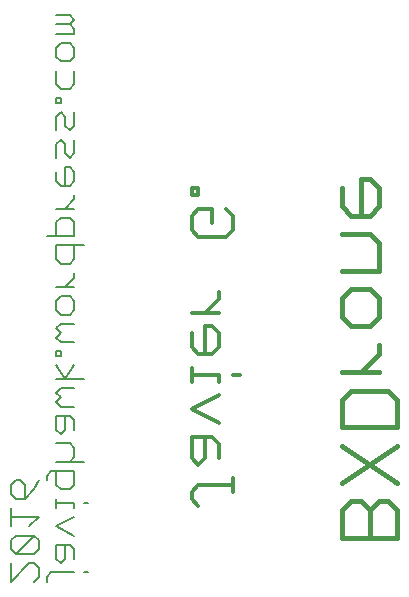
<source format=gbo>
G75*
%MOIN*%
%OFA0B0*%
%FSLAX25Y25*%
%IPPOS*%
%LPD*%
%AMOC8*
5,1,8,0,0,1.08239X$1,22.5*
%
%ADD10C,0.01600*%
%ADD11C,0.01200*%
%ADD12C,0.00800*%
D10*
X0133800Y0077959D02*
X0133800Y0087167D01*
X0136869Y0090236D01*
X0139939Y0090236D01*
X0143008Y0087167D01*
X0143008Y0077959D01*
X0133800Y0077959D02*
X0152216Y0077959D01*
X0152216Y0087167D01*
X0149146Y0090236D01*
X0146077Y0090236D01*
X0143008Y0087167D01*
X0133800Y0096375D02*
X0152216Y0108652D01*
X0152216Y0114791D02*
X0152216Y0123998D01*
X0149146Y0127068D01*
X0136869Y0127068D01*
X0133800Y0123998D01*
X0133800Y0114791D01*
X0152216Y0114791D01*
X0152216Y0096375D02*
X0133800Y0108652D01*
X0133800Y0133206D02*
X0146077Y0133206D01*
X0139939Y0133206D02*
X0146077Y0139345D01*
X0146077Y0142414D01*
X0143008Y0148553D02*
X0136869Y0148553D01*
X0133800Y0151622D01*
X0133800Y0157761D01*
X0136869Y0160830D01*
X0143008Y0160830D01*
X0146077Y0157761D01*
X0146077Y0151622D01*
X0143008Y0148553D01*
X0146077Y0166969D02*
X0133800Y0166969D01*
X0133800Y0179246D02*
X0143008Y0179246D01*
X0146077Y0176176D01*
X0146077Y0166969D01*
X0143008Y0185384D02*
X0136869Y0185384D01*
X0133800Y0188454D01*
X0133800Y0194592D01*
X0139939Y0197661D02*
X0139939Y0185384D01*
X0143008Y0185384D02*
X0146077Y0188454D01*
X0146077Y0194592D01*
X0143008Y0197661D01*
X0139939Y0197661D01*
D11*
X0097412Y0185283D02*
X0097412Y0180679D01*
X0095110Y0178377D01*
X0085902Y0178377D01*
X0083600Y0180679D01*
X0083600Y0185283D01*
X0085902Y0187585D01*
X0090506Y0187585D01*
X0090506Y0182981D01*
X0095110Y0187585D02*
X0097412Y0185283D01*
X0085902Y0192188D02*
X0085902Y0194490D01*
X0083600Y0194490D01*
X0083600Y0192188D01*
X0085902Y0192188D01*
X0092808Y0159961D02*
X0092808Y0157659D01*
X0088204Y0153055D01*
X0083600Y0153055D02*
X0092808Y0153055D01*
X0090506Y0148451D02*
X0088204Y0148451D01*
X0088204Y0139243D01*
X0085902Y0139243D02*
X0090506Y0139243D01*
X0092808Y0141545D01*
X0092808Y0146149D01*
X0090506Y0148451D01*
X0083600Y0146149D02*
X0083600Y0141545D01*
X0085902Y0139243D01*
X0083600Y0134639D02*
X0083600Y0130035D01*
X0083600Y0132337D02*
X0092808Y0132337D01*
X0092808Y0130035D01*
X0097412Y0132337D02*
X0099714Y0132337D01*
X0092808Y0125431D02*
X0083600Y0120828D01*
X0092808Y0116224D01*
X0090506Y0111620D02*
X0083600Y0111620D01*
X0083600Y0104714D01*
X0085902Y0102412D01*
X0088204Y0104714D01*
X0088204Y0111620D01*
X0090506Y0111620D02*
X0092808Y0109318D01*
X0092808Y0104714D01*
X0097412Y0097808D02*
X0097412Y0093204D01*
X0097412Y0095506D02*
X0085902Y0095506D01*
X0083600Y0093204D01*
X0083600Y0090902D01*
X0085902Y0088600D01*
D12*
X0029539Y0069539D02*
X0023400Y0063400D01*
X0023400Y0069539D01*
X0024935Y0072608D02*
X0031073Y0078746D01*
X0024935Y0078746D01*
X0023400Y0077212D01*
X0023400Y0074142D01*
X0024935Y0072608D01*
X0031073Y0072608D01*
X0032608Y0074142D01*
X0032608Y0077212D01*
X0031073Y0078746D01*
X0029539Y0081816D02*
X0032608Y0084885D01*
X0023400Y0084885D01*
X0023400Y0081816D02*
X0023400Y0087954D01*
X0024935Y0091024D02*
X0023400Y0092558D01*
X0023400Y0095628D01*
X0024935Y0097162D01*
X0026469Y0097162D01*
X0028004Y0095628D01*
X0028004Y0091024D01*
X0024935Y0091024D01*
X0028004Y0091024D02*
X0031073Y0094093D01*
X0032608Y0097162D01*
X0035331Y0097162D02*
X0035331Y0098697D01*
X0036865Y0100231D01*
X0044539Y0100231D01*
X0044539Y0095627D01*
X0043004Y0094093D01*
X0039935Y0094093D01*
X0038400Y0095627D01*
X0038400Y0100231D01*
X0038400Y0103301D02*
X0047608Y0103301D01*
X0044539Y0104835D02*
X0044539Y0107905D01*
X0043004Y0109439D01*
X0038400Y0109439D01*
X0039935Y0112509D02*
X0038400Y0114043D01*
X0038400Y0118647D01*
X0043004Y0118647D01*
X0044539Y0117113D01*
X0044539Y0114043D01*
X0041469Y0114043D02*
X0041469Y0118647D01*
X0039935Y0121716D02*
X0038400Y0123251D01*
X0039935Y0124786D01*
X0038400Y0126320D01*
X0039935Y0127855D01*
X0044539Y0127855D01*
X0047608Y0130924D02*
X0038400Y0130924D01*
X0041469Y0130924D02*
X0044539Y0135528D01*
X0039935Y0138598D02*
X0039935Y0140132D01*
X0038400Y0140132D01*
X0038400Y0138598D01*
X0039935Y0138598D01*
X0038400Y0135528D02*
X0041469Y0130924D01*
X0039935Y0121716D02*
X0044539Y0121716D01*
X0041469Y0114043D02*
X0039935Y0112509D01*
X0044539Y0104835D02*
X0043004Y0103301D01*
X0038400Y0091024D02*
X0038400Y0087954D01*
X0038400Y0089489D02*
X0044539Y0089489D01*
X0044539Y0087954D01*
X0044539Y0084885D02*
X0038400Y0081816D01*
X0044539Y0078746D01*
X0043004Y0075677D02*
X0038400Y0075677D01*
X0038400Y0071073D01*
X0039935Y0069539D01*
X0041469Y0071073D01*
X0041469Y0075677D01*
X0043004Y0075677D02*
X0044539Y0074142D01*
X0044539Y0071073D01*
X0044539Y0066469D02*
X0036865Y0066469D01*
X0035331Y0064935D01*
X0035331Y0063400D01*
X0032608Y0064935D02*
X0031073Y0063400D01*
X0032608Y0064935D02*
X0032608Y0068004D01*
X0031073Y0069539D01*
X0029539Y0069539D01*
X0047608Y0066469D02*
X0049143Y0066469D01*
X0049143Y0089489D02*
X0047608Y0089489D01*
X0044539Y0143201D02*
X0039935Y0143201D01*
X0038400Y0144736D01*
X0039935Y0146271D01*
X0038400Y0147805D01*
X0039935Y0149340D01*
X0044539Y0149340D01*
X0043004Y0152409D02*
X0039935Y0152409D01*
X0038400Y0153944D01*
X0038400Y0157013D01*
X0039935Y0158548D01*
X0043004Y0158548D01*
X0044539Y0157013D01*
X0044539Y0153944D01*
X0043004Y0152409D01*
X0044539Y0161617D02*
X0038400Y0161617D01*
X0041469Y0161617D02*
X0044539Y0164686D01*
X0044539Y0166221D01*
X0043004Y0169290D02*
X0039935Y0169290D01*
X0038400Y0170825D01*
X0038400Y0175429D01*
X0047608Y0175429D01*
X0044539Y0175429D02*
X0044539Y0170825D01*
X0043004Y0169290D01*
X0044539Y0178498D02*
X0035331Y0178498D01*
X0038400Y0178498D02*
X0038400Y0183102D01*
X0039935Y0184637D01*
X0043004Y0184637D01*
X0044539Y0183102D01*
X0044539Y0178498D01*
X0044539Y0187706D02*
X0038400Y0187706D01*
X0041469Y0187706D02*
X0044539Y0190775D01*
X0044539Y0192310D01*
X0043004Y0195379D02*
X0039935Y0195379D01*
X0038400Y0196914D01*
X0038400Y0199983D01*
X0041469Y0201518D02*
X0041469Y0195379D01*
X0043004Y0195379D02*
X0044539Y0196914D01*
X0044539Y0199983D01*
X0043004Y0201518D01*
X0041469Y0201518D01*
X0043004Y0204587D02*
X0044539Y0206122D01*
X0044539Y0210726D01*
X0041469Y0209191D02*
X0041469Y0206122D01*
X0043004Y0204587D01*
X0038400Y0204587D02*
X0038400Y0209191D01*
X0039935Y0210726D01*
X0041469Y0209191D01*
X0043004Y0213795D02*
X0041469Y0215330D01*
X0041469Y0218399D01*
X0039935Y0219934D01*
X0038400Y0218399D01*
X0038400Y0213795D01*
X0043004Y0213795D02*
X0044539Y0215330D01*
X0044539Y0219934D01*
X0039935Y0223003D02*
X0039935Y0224538D01*
X0038400Y0224538D01*
X0038400Y0223003D01*
X0039935Y0223003D01*
X0039935Y0227607D02*
X0038400Y0229141D01*
X0038400Y0233745D01*
X0039935Y0236815D02*
X0038400Y0238349D01*
X0038400Y0241419D01*
X0039935Y0242953D01*
X0043004Y0242953D01*
X0044539Y0241419D01*
X0044539Y0238349D01*
X0043004Y0236815D01*
X0039935Y0236815D01*
X0044539Y0233745D02*
X0044539Y0229141D01*
X0043004Y0227607D01*
X0039935Y0227607D01*
X0038400Y0246023D02*
X0044539Y0246023D01*
X0044539Y0247557D01*
X0043004Y0249092D01*
X0044539Y0250626D01*
X0043004Y0252161D01*
X0038400Y0252161D01*
X0038400Y0249092D02*
X0043004Y0249092D01*
M02*

</source>
